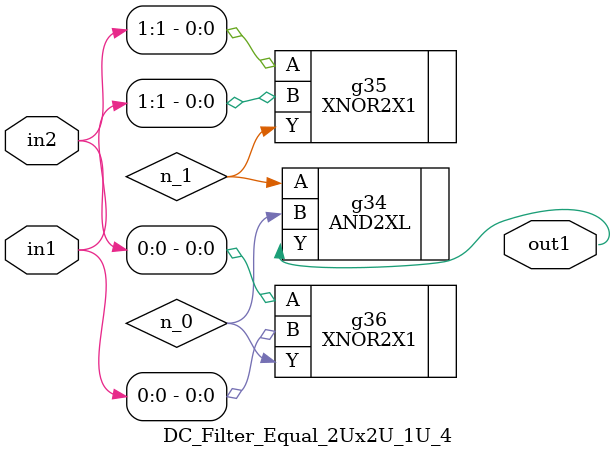
<source format=v>
`timescale 1ps / 1ps


module DC_Filter_Equal_2Ux2U_1U_4(in2, in1, out1);
  input [1:0] in2, in1;
  output out1;
  wire [1:0] in2, in1;
  wire out1;
  wire n_0, n_1;
  AND2XL g34(.A (n_1), .B (n_0), .Y (out1));
  XNOR2X1 g35(.A (in2[1]), .B (in1[1]), .Y (n_1));
  XNOR2X1 g36(.A (in2[0]), .B (in1[0]), .Y (n_0));
endmodule


</source>
